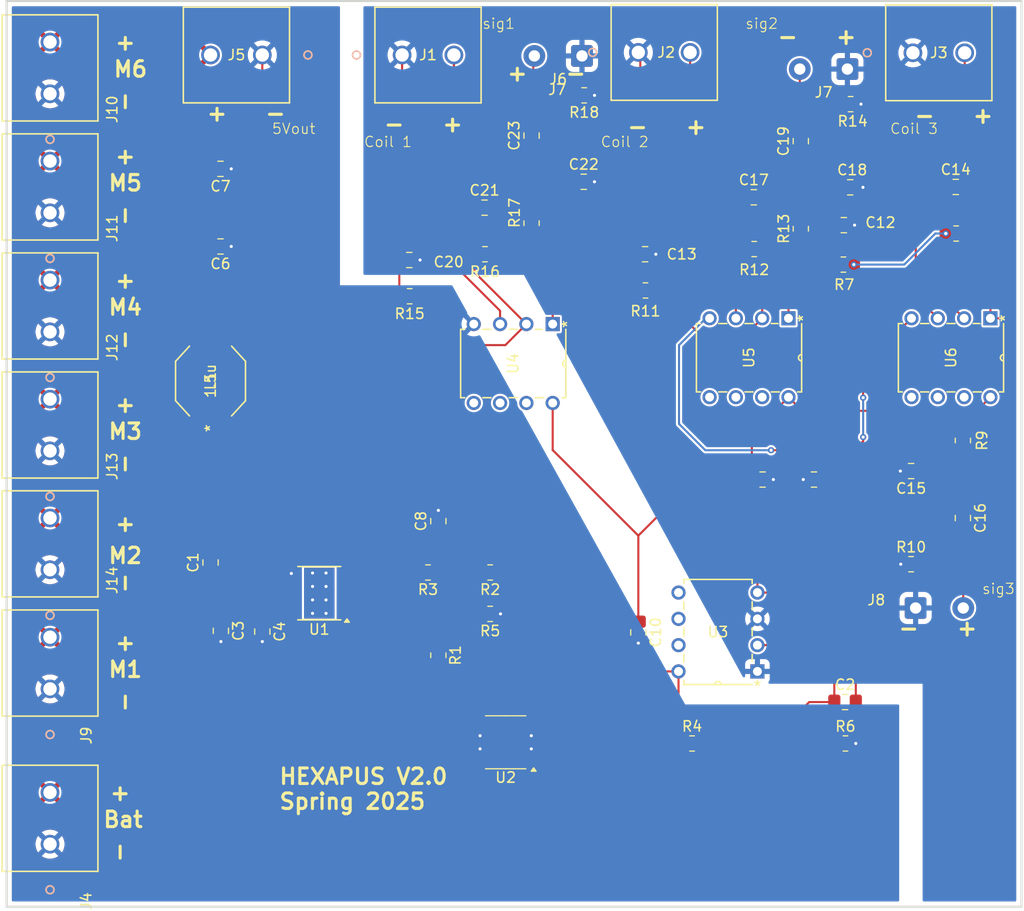
<source format=kicad_pcb>
(kicad_pcb (version 20241229) (generator "pcbnew") (generator_version "9.0")
  (title_block (title "12V 5V 9V Power Supply System") (rev "Rev 1.0") (company "Hexapus"))
  (layers (0 "F.Cu" signal) (2 "B.Cu" signal) (13 "F.Paste" user) (15 "B.Paste" user) (5 "F.SilkS" user "F.Silkscreen") (7 "B.SilkS" user "B.Silkscreen") (1 "F.Mask" user) (3 "B.Mask" user) (25 "Edge.Cuts" user))
  (net 0 "")
  (net 1 "Net-(U1-SW)")
  (net 2 "Net-(U1-VBST)")
  (net 3 "Bat_GND")
  (net 4 "Net-(U3--)")
  (net 5 "Vin")
  (net 6 "GND")
  (net 7 "5V_out")
  (net 8 "Net-(U1-VREG5)")
  (net 9 "9V_out")
  (net 10 "Net-(C12-Pad2)")
  (net 11 "Net-(C13-Pad2)")
  (net 12 "Net-(C14-Pad2)")
  (net 13 "Net-(C15-Pad1)")
  (net 14 "Coil_3_sig_out")
  (net 15 "Net-(C17-Pad2)")
  (net 16 "Net-(C18-Pad1)")
  (net 17 "Coil_2_sig_out")
  (net 18 "Net-(C20-Pad2)")
  (net 19 "Net-(C21-Pad2)")
  (net 20 "Net-(C22-Pad1)")
  (net 21 "Coil_1_sig_out")
  (net 22 "Net-(J1-Pin_2)")
  (net 23 "Net-(J2-Pin_2)")
  (net 24 "Net-(J3-Pin_2)")
  (net 25 "Net-(U1-EN)")
  (net 27 "Net-(U1-VFB)")
  (net 28 "Net-(U1-PG)")
  (net 32 "Net-(U6--)")
  (net 33 "Net-(U5--)")
  (net 34 "Net-(U4--)")
  (footprint "Capacitor_SMD:C_0805_2012Metric_Pad1.18x1.45mm_HandSolder" (layer "F.Cu") (at 38.2725 38.73 180)
    (property "Reference" "C6")
    (property "Value" "22u")
  )
  (footprint "Capacitor_SMD:C_0805_2012Metric_Pad1.18x1.45mm_HandSolder" (layer "F.Cu") (at 89.7725 33.98)
    (property "Reference" "C17")
    (property "Value" ".1u")
  )
  (footprint "Resistor_SMD:R_0805_2012Metric_Pad1.20x1.40mm_HandSolder" (layer "F.Cu") (at 99.12 24.98 180)
    (property "Reference" "R14")
    (property "Value" "1k")
  )
  (footprint "Capacitor_SMD:C_0805_2012Metric_Pad1.18x1.45mm_HandSolder" (layer "F.Cu") (at 79.2725 39.48 180)
    (property "Reference" "C13")
    (property "Value" "1.6u")
  )
  (footprint "Package_SO:TL072ACP" (layer "F.Cu") (at 62.73 53.85 -90)
    (property "Reference" "U4")
    (property "Value" "~" (hide yes))
  )
  (footprint "Connector_PinHeader_2.00mm:2_Pin_Screw_Term" (layer "F.Cu") (at 21.81 46.98 90)
    (property "Reference" "J12")
    (property "Value" "Screw_Terminal_01x02" (hide yes))
  )
  (footprint "Connector_PinHeader_2.00mm:2_Pin_Screw_Term" (layer "F.Cu") (at 21.81 81.48 90)
    (property "Reference" "J9")
    (property "Value" "Screw_Terminal_01x02" (hide yes))
  )
  (footprint "Resistor_SMD:R_0805_2012Metric_Pad1.20x1.40mm_HandSolder" (layer "F.Cu") (at 63.81 39.48)
    (property "Reference" "R16")
    (property "Value" "200k" (hide yes))
  )
  (footprint "Capacitor_SMD:C_0805_2012Metric_Pad1.18x1.45mm_HandSolder" (layer "F.Cu") (at 90.62 61.25)
    (property "Reference" "C9" (hide yes))
    (property "Value" "10u")
  )
  (footprint "Package_SO:TL072ACP" (layer "F.Cu") (at 105 53.29 -90)
    (property "Reference" "U6")
    (property "Value" "~" (hide yes))
  )
  (footprint "Resistor_SMD:R_0805_2012Metric_Pad1.20x1.40mm_HandSolder" (layer "F.Cu") (at 94.31 37.0175 90)
    (property "Reference" "R13")
    (property "Value" "1k")
  )
  (footprint "Connector_PinHeader_2.00mm:2_Pin_Screw_Term" (layer "F.Cu") (at 78.62 19.98)
    (property "Reference" "J2")
    (property "Value" "Screw_Terminal_01x02" (hide yes))
  )
  (footprint "Capacitor_SMD:C_0805_2012Metric_Pad1.18x1.45mm_HandSolder" (layer "F.Cu") (at 38.31 75.8675 -90)
    (property "Reference" "C3")
    (property "Value" "10u" (hide yes))
  )
  (footprint "Resistor_SMD:R_0805_2012Metric_Pad1.20x1.40mm_HandSolder" (layer "F.Cu") (at 98.62 86.75)
    (property "Reference" "R6")
    (property "Value" "10k")
  )
  (footprint "Package_SO:TL072ACP" (layer "F.Cu") (at 85.5 53.29 -90)
    (property "Reference" "U5")
    (property "Value" "~" (hide yes))
  )
  (footprint "Connector_Wire:SolderWire-0.5sqmm_1x02_P4.6mm_D0.9mm_OD2.1mm" (layer "F.Cu") (at 73.18 20.32 180)
    (property "Reference" "J6")
    (property "Value" "Conn_01x02_Pin" (hide yes))
  )
  (footprint "Resistor_SMD:R_0805_2012Metric_Pad1.20x1.40mm_HandSolder" (layer "F.Cu") (at 68.31 36.48 90)
    (property "Reference" "R17")
    (property "Value" "1k")
  )
  (footprint "Capacitor_SMD:C_0805_2012Metric_Pad1.18x1.45mm_HandSolder" (layer "F.Cu") (at 78.62 76.0175 -90)
    (property "Reference" "C10")
    (property "Value" "10u")
  )
  (footprint "Capacitor_SMD:C_0805_2012Metric_Pad1.18x1.45mm_HandSolder" (layer "F.Cu") (at 42.31 75.9425 -90)
    (property "Reference" "C4")
    (property "Value" "10u" (hide yes))
  )
  (footprint "Resistor_SMD:R_0805_2012Metric_Pad1.20x1.40mm_HandSolder" (layer "F.Cu") (at 104.96 69.43)
    (property "Reference" "R10")
    (property "Value" "1k")
  )
  (footprint "Connector_PinHeader_2.00mm:2_Pin_Screw_Term" (layer "F.Cu") (at 21.81 96.48 90)
    (property "Reference" "J4")
    (property "Value" "Screw_Terminal_01x02" (hide yes))
  )
  (footprint "Capacitor_SMD:C_0805_2012Metric_Pad1.18x1.45mm_HandSolder" (layer "F.Cu") (at 104.96 60.43 180)
    (property "Reference" "C15")
    (property "Value" "2.2u")
  )
  (footprint "Connector_PinHeader_2.00mm:2_Pin_Screw_Term" (layer "F.Cu") (at 21.810001 69.964 90)
    (property "Reference" "J14")
    (property "Value" "Screw_Terminal_01x02" (hide yes))
  )
  (footprint "Connector_PinHeader_2.00mm:2_Pin_Screw_Term" (layer "F.Cu") (at 21.81 35.48 90)
    (property "Reference" "J11")
    (property "Value" "Screw_Terminal_01x02" (hide yes))
  )
  (footprint "Resistor_SMD:R_0805_2012Metric_Pad1.20x1.40mm_HandSolder" (layer "F.Cu") (at 64.31 74.23 180)
    (property "Reference" "R5")
    (property "Value" "49.9k")
  )
  (footprint "Capacitor_SMD:C_0805_2012Metric_Pad1.18x1.45mm_HandSolder" (layer "F.Cu") (at 94.31 28.555 90)
    (property "Reference" "C19")
    (property "Value" "2.2u")
  )
  (footprint "Capacitor_SMD:C_0805_2012Metric_Pad1.18x1.45mm_HandSolder" (layer "F.Cu") (at 98.4625 36.67 180)
    (property "Reference" "C12")
    (property "Value" "1.6u")
  )
  (footprint "Resistor_SMD:R_0805_2012Metric_Pad1.20x1.40mm_HandSolder" (layer "F.Cu") (at 73.39 24.13 180)
    (property "Reference" "R18")
    (property "Value" "1k")
  )
  (footprint "Capacitor_SMD:C_0805_2012Metric_Pad1.18x1.45mm_HandSolder" (layer "F.Cu") (at 37.31 69.2675 90)
    (property "Reference" "C1")
    (property "Value" "0.1u")
  )
  (footprint "Connector_Wire:SolderWire-0.5sqmm_1x02_P4.6mm_D0.9mm_OD2.1mm" (layer "F.Cu") (at 98.81 21.59 180)
    (property "Reference" "J7")
    (property "Value" "Conn_01x02_Pin")
  )
  (footprint "Connector_PinHeader_2.00mm:2_Pin_Screw_Term" (layer "F.Cu") (at 105.136 20.017501)
    (property "Reference" "J3")
    (property "Value" "Screw_Terminal_01x02" (hide yes))
  )
  (footprint "Package_SO:Texas_HSOP-8-1EP_3.9x4.9mm_P1.27mm_ThermalVias" (layer "F.Cu") (at 47.81 72.23 180)
    (property "Reference" "U1")
    (property "Value" "TPS56528DDA")
  )
  (footprint "Resistor_SMD:R_0805_2012Metric_Pad1.20x1.40mm_HandSolder" (layer "F.Cu") (at 79.31 42.98)
    (property "Reference" "R11")
    (property "Value" "1k")
  )
  (footprint "Capacitor_SMD:C_0805_2012Metric_Pad1.18x1.45mm_HandSolder" (layer "F.Cu") (at 98.5825 82.75)
    (property "Reference" "C2")
    (property "Value" ".1u")
  )
  (footprint "Connector_PinHeader_2.00mm:2_Pin_Screw_Term" (layer "F.Cu") (at 42.31 20.23 180)
    (property "Reference" "J5")
    (property "Value" "Screw_Terminal_01x02" (hide yes))
  )
  (footprint "Capacitor_SMD:C_0805_2012Metric_Pad1.18x1.45mm_HandSolder" (layer "F.Cu") (at 38.2725 31.23 180)
    (property "Reference" "C7")
    (property "Value" "22u")
  )
  (footprint "Capacitor_SMD:C_0805_2012Metric_Pad1.18x1.45mm_HandSolder" (layer "F.Cu") (at 109.2725 32.98)
    (property "Reference" "C14")
    (property "Value" ".1u")
  )
  (footprint "Capacitor_SMD:C_0805_2012Metric_Pad1.18x1.45mm_HandSolder" (layer "F.Cu") (at 59.31 65.2675 90)
    (property "Reference" "C8")
    (property "Value" ".47u")
  )
  (footprint "Resistor_SMD:R_0805_2012Metric_Pad1.20x1.40mm_HandSolder" (layer "F.Cu") (at 83.81 86.75)
    (property "Reference" "R4")
    (property "Value" "10k")
  )
  (footprint "Resistor_SMD:R_0805_2012Metric_Pad1.20x1.40mm_HandSolder" (layer "F.Cu") (at 109.31 37.48)
    (property "Reference" "R8" (hide yes))
    (property "Value" "200k")
  )
  (footprint "Capacitor_SMD:C_0805_2012Metric_Pad1.18x1.45mm_HandSolder" (layer "F.Cu") (at 109.96 64.9675 -90)
    (property "Reference" "C16")
    (property "Value" "2.2u")
  )
  (footprint "Resistor_SMD:R_0805_2012Metric_Pad1.20x1.40mm_HandSolder" (layer "F.Cu") (at 58.31 70.23 180)
    (property "Reference" "R3")
    (property "Value" "100k")
  )
  (footprint "Resistor_SMD:R_0805_2012Metric_Pad1.20x1.40mm_HandSolder" (layer "F.Cu") (at 56.54 43.54)
    (property "Reference" "R15")
    (property "Value" "1k")
  )
  (footprint "Inductor_SMD:SPM6530T-1R5M100" (layer "F.Cu") (at 37.31 51.73 90)
    (property "Reference" "L1")
    (property "Value" "1.5u")
  )
  (footprint "Resistor_SMD:R_0805_2012Metric_Pad1.20x1.40mm_HandSolder" (layer "F.Cu") (at 89.81 38.98)
    (property "Reference" "R12")
    (property "Value" "200k")
  )
  (footprint "Capacitor_SMD:C_0805_2012Metric_Pad1.18x1.45mm_HandSolder" (layer "F.Cu") (at 73.3475 32.48)
    (property "Reference" "C22")
    (property "Value" "2.2u")
  )
  (footprint "Resistor_SMD:R_0805_2012Metric_Pad1.20x1.40mm_HandSolder" (layer "F.Cu") (at 109.96 57.48 -90)
    (property "Reference" "R9")
    (property "Value" "1k")
  )
  (footprint "Connector_Wire:SolderWire-0.5sqmm_1x02_P4.6mm_D0.9mm_OD2.1mm" (layer "F.Cu") (at 105.3975 73.66)
    (property "Reference" "J8")
    (property "Value" "Conn_01x02_Pin")
  )
  (footprint "Resistor_SMD:R_0805_2012Metric_Pad1.20x1.40mm_HandSolder" (layer "F.Cu") (at 59.31 78.23 -90)
    (property "Reference" "R1")
    (property "Value" "10k")
  )
  (footprint "Resistor_SMD:R_0805_2012Metric_Pad1.20x1.40mm_HandSolder" (layer "F.Cu") (at 98.425 40.48)
    (property "Reference" "R7")
    (property "Value" "1k")
  )
  (footprint "Package_SO:SOIC-8_3.9x4.9mm_P1.27mm" (layer "F.Cu") (at 65.81 86.635 180)
    (property "Reference" "U2")
    (property "Value" "L78L09_SO8")
  )
  (footprint "Capacitor_SMD:C_0805_2012Metric_Pad1.18x1.45mm_HandSolder" (layer "F.Cu") (at 95.5825 61.25)
    (property "Reference" "C5" (hide yes))
    (property "Value" "10u")
  )
  (footprint "Package_SO:TL072ACP" (layer "F.Cu") (at 82.5 72.17 180)
    (property "Reference" "U3")
    (property "Value" "~" (hide yes))
  )
  (footprint "Capacitor_SMD:C_0805_2012Metric_Pad1.18x1.45mm_HandSolder" (layer "F.Cu") (at 63.7725 34.98)
    (property "Reference" "C21")
    (property "Value" ".1u")
  )
  (footprint "Capacitor_SMD:C_0805_2012Metric_Pad1.18x1.45mm_HandSolder" (layer "F.Cu") (at 68.31 28.0175 90)
    (property "Reference" "C23")
    (property "Value" "2.2u")
  )
  (footprint "Connector_PinHeader_2.00mm:2_Pin_Screw_Term" (layer "F.Cu") (at 55.81 20.23)
    (property "Reference" "J1")
    (property "Value" "Screw_Terminal_01x02" (hide yes))
  )
  (footprint "Capacitor_SMD:C_0805_2012Metric_Pad1.18x1.45mm_HandSolder" (layer "F.Cu") (at 99.0825 33.0175)
    (property "Reference" "C18")
    (property "Value" "2.2u")
  )
  (footprint "Connector_PinHeader_2.00mm:2_Pin_Screw_Term" (layer "F.Cu") (at 21.81 58.48 90)
    (property "Reference" "J13")
    (property "Value" "Screw_Terminal_01x02" (hide yes))
  )
  (footprint "Capacitor_SMD:C_0805_2012Metric_Pad1.18x1.45mm_HandSolder" (layer "F.Cu") (at 56.5025 40.04 180)
    (property "Reference" "C20")
    (property "Value" "1.6u")
  )
  (footprint "Connector_PinHeader_2.00mm:2_Pin_Screw_Term" (layer "F.Cu") (at 21.81 23.98 90)
    (property "Reference" "J10")
    (property "Value" "Screw_Terminal_01x02" (hide yes))
  )
  (footprint "Resistor_SMD:R_0805_2012Metric_Pad1.20x1.40mm_HandSolder" (layer "F.Cu") (at 64.31 70.23 180)
    (property "Reference" "R2")
    (property "Value" "365k")
  )
  (gr_rect (start 17.62 15.0175) (end 115.62 102.5175) (stroke (width 0.2)) (fill no) (layer "Edge.Cuts"))
  (gr_text "sig2" (at 88.9 17.78 0) (layer "F.SilkS") (effects (font (size 1 1) (thickness 0.1)) (justify left bottom)))
  (gr_text "Coil 1" (at 52.07 29.21 0) (layer "F.SilkS") (effects (font (size 1 1) (thickness 0.1)) (justify left bottom)))
  (gr_text "+	-" (at 65.81 22.86 0) (layer "F.SilkS") (effects (font (size 1.5 1.5) (thickness 0.3) (bold yes)) (justify left bottom)))
  (gr_text "J7" (at 70.78 23.58125 0) (layer "F.SilkS") (effects (font (size 1 1))))
  (gr_text "M5\n" (at 27.31 33.48 0) (layer "F.SilkS") (effects (font (size 1.5 1.5) (thickness 0.3) (bold yes)) (justify left bottom)))
  (gr_text "+	-" (at 111.4975 74.93 180) (layer "F.SilkS") (effects (font (size 1.5 1.5) (thickness 0.3) (bold yes)) (justify left bottom)))
  (gr_text "+	-" (at 61.81 26.23 180) (layer "F.SilkS") (effects (font (size 1.5 1.5) (thickness 0.3) (bold yes)) (justify left bottom)))
  (gr_text "+	-" (at 85.31 26.48 180) (layer "F.SilkS") (effects (font (size 1.5 1.5) (thickness 0.3) (bold yes)) (justify left bottom)))
  (gr_text "M2\n" (at 27.31 69.48 0) (layer "F.SilkS") (effects (font (size 1.5 1.5) (thickness 0.3) (bold yes)) (justify left bottom)))
  (gr_text "+	-" (at 27.81 90.48 270) (layer "F.SilkS") (effects (font (size 1.5 1.5) (thickness 0.3) (bold yes)) (justify left bottom)))
  (gr_text "M1" (at 27.31 80.48 0) (layer "F.SilkS") (effects (font (size 1.5 1.5) (thickness 0.3) (bold yes)) (justify left bottom)))
  (gr_text "+	-" (at 28.31 64.48 270) (layer "F.SilkS") (effects (font (size 1.5 1.5) (thickness 0.3) (bold yes)) (justify left bottom)))
  (gr_text "+	-" (at 28.31 75.98 270) (layer "F.SilkS") (effects (font (size 1.5 1.5) (thickness 0.3) (bold yes)) (justify left bottom)))
  (gr_text "M4\n" (at 27.31 45.48 0) (layer "F.SilkS") (effects (font (size 1.5 1.5) (thickness 0.3) (bold yes)) (justify left bottom)))
  (gr_text "M3\n" (at 27.31 57.48 0) (layer "F.SilkS") (effects (font (size 1.5 1.5) (thickness 0.3) (bold yes)) (justify left bottom)))
  (gr_text "Coil 3\n" (at 102.87 27.94 0) (layer "F.SilkS") (effects (font (size 1 1) (thickness 0.1)) (justify left bottom)))
  (gr_text "Coil 2" (at 74.93 29.21 0) (layer "F.SilkS") (effects (font (size 1 1) (thickness 0.1)) (justify left bottom)))
  (gr_text "Bat" (at 26.81 94.98 0) (layer "F.SilkS") (effects (font (size 1.5 1.5) (thickness 0.3) (bold yes)) (justify left bottom)))
  (gr_text "HEXAPUS V2.0\nSpring 2025" (at 43.81 93.23 0) (layer "F.SilkS") (effects (font (size 1.5 1.5) (thickness 0.3) (bold yes)) (justify left bottom)))
  (gr_text "+	-" (at 28.31 28.98 270) (layer "F.SilkS") (effects (font (size 1.5 1.5) (thickness 0.3) (bold yes)) (justify left bottom)))
  (gr_text "+	-" (at 36.81 26.73 0) (layer "F.SilkS") (effects (font (size 1.5 1.5) (thickness 0.3) (bold yes)) (justify left bottom)))
  (gr_text "+	-" (at 28.31 52.98 270) (layer "F.SilkS") (effects (font (size 1.5 1.5) (thickness 0.3) (bold yes)) (justify left bottom)))
  (gr_text "+	-" (at 28.31 17.98 270) (layer "F.SilkS") (effects (font (size 1.5 1.5) (thickness 0.3) (bold yes)) (justify left bottom)))
  (gr_text "sig1" (at 63.5 17.78 0) (layer "F.SilkS") (effects (font (size 1 1) (thickness 0.1)) (justify left bottom)))
  (gr_text "M6" (at 27.81 22.48 0) (layer "F.SilkS") (effects (font (size 1.5 1.5) (thickness 0.3) (bold yes)) (justify left bottom)))
  (gr_text "+	-" (at 113.03 25.4 180) (layer "F.SilkS") (effects (font (size 1.5 1.5) (thickness 0.3) (bold yes)) (justify left bottom)))
  (gr_text "sig3" (at 111.76 72.39 0) (layer "F.SilkS") (effects (font (size 1 1) (thickness 0.1)) (justify left bottom)))
  (gr_text "+	-" (at 28.31 40.98 270) (layer "F.SilkS") (effects (font (size 1.5 1.5) (thickness 0.3) (bold yes)) (justify left bottom)))
  (gr_text "+	-" (at 99.81 17.78 180) (layer "F.SilkS") (effects (font (size 1.5 1.5) (thickness 0.3) (bold yes)) (justify left bottom)))
  (gr_text "5Vout" (at 43.18 27.94 0) (layer "F.SilkS") (effects (font (size 1 1) (thickness 0.1)) (justify left bottom)))
  (segment (start 45.11 71.595) (end 40.675 71.595) (width 0.8) (layer "F.Cu") (net 1))
  (segment (start 37.31 54.505) (end 37.31 68.23) (width 1) (layer "F.Cu") (net 1))
  (segment (start 40.675 71.595) (end 37.31 68.23) (width 0.8) (layer "F.Cu") (net 1))
  (segment (start 45.11 72.865) (end 39.87 72.865) (width 0.2) (layer "F.Cu") (net 2))
  (segment (start 39.87 72.865) (end 37.31 70.305) (width 0.2) (layer "F.Cu") (net 2))
  (segment (start 99.62 76.25) (end 95.54 72.17) (width 0.2) (layer "F.Cu") (net 3))
  (segment (start 96.62 61.3) (end 90.12 67.8) (width 0.2) (layer "F.Cu") (net 3))
  (segment (start 40.31 31.23) (end 39.31 31.23) (width 0.2) (layer "F.Cu") (net 3))
  (segment (start 99.62 82.75) (end 99.62 76.25) (width 0.2) (layer "F.Cu") (net 3))
  (segment (start 42.31 29.23) (end 40.31 31.23) (width 0.2) (layer "F.Cu") (net 3))
  (segment (start 95.54 72.17) (end 90.12 72.17) (width 0.2) (layer "F.Cu") (net 3))
  (segment (start 100.33 57.54) (end 96.62 61.25) (width 0.2) (layer "F.Cu") (net 3))
  (segment (start 99.62 86.75) (end 99.62 82.75) (width 0.2) (layer "F.Cu") (net 3))
  (segment (start 100.33 57.15) (end 100.33 57.54) (width 0.2) (layer "F.Cu") (net 3))
  (segment (start 96.62 61.25) (end 93.79 58.42) (width 0.2) (layer "F.Cu") (net 3))
  (segment (start 93.79 58.42) (end 91.44 58.42) (width 0.2) (layer "F.Cu") (net 3))
  (segment (start 42.31 20.23) (end 42.31 29.23) (width 0.2) (layer "F.Cu") (net 3))
  (segment (start 105 45.67) (end 100.33 50.34) (width 0.2) (layer "F.Cu") (net 3))
  (segment (start 90.12 67.8) (end 90.12 72.17) (width 0.2) (layer "F.Cu") (net 3))
  (segment (start 100.33 50.34) (end 100.33 53.34) (width 0.2) (layer "F.Cu") (net 3))
  (via (at 91.44 58.42) (size 0.6) (drill 0.3) (layers "F.Cu" "B.Cu") (net 3))
  (via (at 38.31 76.905) (size 0.6) (drill 0.3) (layers "F.Cu" "B.Cu") (net 3))
  (via (at 65.31 74.23) (size 0.6) (drill 0.3) (layers "F.Cu" "B.Cu") (net 3))
  (via (at 63.335 86) (size 0.6) (drill 0.3) (layers "F.Cu" "B.Cu") (net 3))
  (via (at 100.33 57.15) (size 0.6) (drill 0.3) (layers "F.Cu" "B.Cu") (net 3))
  (via (at 100.33 53.34) (size 0.6) (drill 0.3) (layers "F.Cu" "B.Cu") (net 3))
  (via (at 68.285 87.27) (size 0.6) (drill 0.3) (layers "F.Cu" "B.Cu") (net 3))
  (via (at 39.31 31.23) (size 0.6) (drill 0.3) (layers "F.Cu" "B.Cu") (net 3))
  (via (at 59.31 64.23) (size 0.6) (drill 0.3) (layers "F.Cu" "B.Cu") (net 3))
  (via (at 45.11 70.325) (size 0.6) (drill 0.3) (layers "F.Cu" "B.Cu") (net 3))
  (via (at 42.31 76.905) (size 0.6) (drill 0.3) (layers "F.Cu" "B.Cu") (net 3))
  (via (at 78.62 77.055) (size 0.6) (drill 0.3) (layers "F.Cu" "B.Cu") (net 3))
  (via (at 99.62 86.75) (size 0.6) (drill 0.3) (layers "F.Cu" "B.Cu") (net 3))
  (via (at 63.335 87.27) (size 0.6) (drill 0.3) (layers "F.Cu" "B.Cu") (net 3))
  (via (at 39.31 38.73) (size 0.6) (drill 0.3) (layers "F.Cu" "B.Cu") (net 3))
  (via (at 68.285 86) (size 0.6) (drill 0.3) (layers "F.Cu" "B.Cu") (net 3))
  (segment (start 100.33 53.34) (end 100.33 57.15) (width 0.2) (layer "B.Cu") (net 3))
  (segment (start 85.14 45.67) (end 85.5 45.67) (width 0.2) (layer "B.Cu") (net 3))
  (segment (start 82.55 55.88) (end 82.55 48.26) (width 0.2) (layer "B.Cu") (net 3))
  (segment (start 91.44 58.42) (end 85.09 58.42) (width 0.2) (layer "B.Cu") (net 3))
  (segment (start 85.09 58.42) (end 82.55 55.88) (width 0.2) (layer "B.Cu") (net 3))
  (segment (start 82.55 48.26) (end 85.14 45.67) (width 0.2) (layer "B.Cu") (net 3))
  (segment (start 95.12 82.75) (end 97.545 82.75) (width 0.2) (layer "F.Cu") (net 4))
  (segment (start 97.545 79.175) (end 95.62 77.25) (width 0.2) (layer "F.Cu") (net 4))
  (segment (start 95.62 77.25) (end 93.62 77.25) (width 0.2) (layer "F.Cu") (net 4))
  (segment (start 93.62 77.25) (end 90.12 77.25) (width 0.2) (layer "F.Cu") (net 4))
  (segment (start 97.545 82.75) (end 97.545 79.175) (width 0.2) (layer "F.Cu") (net 4))
  (segment (start 84.81 86.75) (end 91.12 86.75) (width 0.2) (layer "F.Cu") (net 4))
  (segment (start 97.545 82.75) (end 97.545 86.675) (width 0.2) (layer "F.Cu") (net 4))
  (segment (start 91.12 86.75) (end 95.12 82.75) (width 0.2) (layer "F.Cu") (net 4))
  (segment (start 78.81 21.98) (end 78.81 19.98) (width 0.2) (layer "F.Cu") (net 6))
  (segment (start 80.31 39.48) (end 80.31 23.48) (width 0.2) (layer "F.Cu") (net 6))
  (segment (start 55.81 22.73) (end 55.81 20.23) (width 0.2) (layer "F.Cu") (net 6))
  (segment (start 57.54 24.46) (end 55.81 22.73) (width 0.2) (layer "F.Cu") (net 6))
  (segment (start 80.31 23.48) (end 78.81 21.98) (width 0.2) (layer "F.Cu") (net 6))
  (segment (start 94.545 61.25) (end 91.6575 61.25) (width 0.2) (layer "F.Cu") (net 6))
  (segment (start 57.54 40.04) (end 57.54 24.46) (width 0.2) (layer "F.Cu") (net 6))
  (via (at 74.39 24.13) (size 0.6) (drill 0.3) (layers "F.Cu" "B.Cu") (net 6))
  (via (at 103.9225 60.43) (size 0.6) (drill 0.3) (layers "F.Cu" "B.Cu") (net 6))
  (via (at 94.545 61.25) (size 0.6) (drill 0.3) (layers "F.Cu" "B.Cu") (net 6))
  (via (at 100.12 24.98) (size 0.6) (drill 0.3) (layers "F.Cu" "B.Cu") (net 6))
  (via (at 91.6575 61.25) (size 0.6) (drill 0.3) (layers "F.Cu" "B.Cu") (net 6))
  (via (at 57.54 40.04) (size 0.6) (drill 0.3) (layers "F.Cu" "B.Cu") (net 6))
  (via (at 74.385 32.48) (size 0.6) (drill 0.3) (layers "F.Cu" "B.Cu") (net 6))
  (via (at 103.96 69.43) (size 0.6) (drill 0.3) (layers "F.Cu" "B.Cu") (net 6))
  (via (at 100.31 33.0175) (size 0.6) (drill 0.3) (layers "F.Cu" "B.Cu") (net 6))
  (via (at 80.31 39.48) (size 0.6) (drill 0.3) (layers "F.Cu" "B.Cu") (net 6))
  (via (at 99.5 36.67) (size 0.6) (drill 0.3) (layers "F.Cu" "B.Cu") (net 6))
  (segment (start 59.31 70.23) (end 59.31 66.305) (width 0.2) (layer "F.Cu") (net 8))
  (segment (start 57.945 71.595) (end 59.31 70.23) (width 0.2) (layer "F.Cu") (net 8))
  (segment (start 50.51 71.595) (end 57.945 71.595) (width 0.2) (layer "F.Cu") (net 8))
  (segment (start 112.62 53.29) (end 111.3 54.61) (width 0.2) (layer "F.Cu") (net 9))
  (segment (start 68.285 88.54) (end 81.02 88.54) (width 0.2) (layer "F.Cu") (net 9))
  (segment (start 70.35 58.4) (end 78.62 66.67) (width 0.2) (layer "F.Cu") (net 9))
  (segment (start 89.5825 56.8275) (end 93.12 53.29) (width 0.2) (layer "F.Cu") (net 9))
  (segment (start 82.5 79.79) (end 82.5 86.13) (width 0.2) (layer "F.Cu") (net 9))
  (segment (start 111.3 54.61) (end 94.44 54.61) (width 0.2) (layer "F.Cu") (net 9))
  (segment (start 70.35 53.85) (end 70.35 58.4) (width 0.2) (layer "F.Cu") (net 9))
  (segment (start 78.62 74.98) (end 78.62 66.67) (width 0.2) (layer "F.Cu") (net 9))
  (segment (start 94.44 54.61) (end 93.12 53.29) (width 0.2) (layer "F.Cu") (net 9))
  (segment (start 78.62 66.67) (end 84.04 61.25) (width 0.2) (layer "F.Cu") (net 9))
  (segment (start 89.5825 61.25) (end 89.5825 56.8275) (width 0.2) (layer "F.Cu") (net 9))
  (segment (start 76.31 77.98) (end 76.31 75.48) (width 0.2) (layer "F.Cu") (net 9))
  (segment (start 78.12 79.79) (end 76.31 77.98) (width 0.2) (layer "F.Cu") (net 9))
  (segment (start 82.5 79.79) (end 78.12 79.79) (width 0.2) (layer "F.Cu") (net 9))
  (segment (start 84.04 61.25) (end 89.5825 61.25) (width 0.2) (layer "F.Cu") (net 9))
  (segment (start 82.81 86.75) (end 81.02 88.54) (width 0.2) (layer "F.Cu") (net 9))
  (segment (start 76.31 75.48) (end 76.81 74.98) (width 0.2) (layer "F.Cu") (net 9))
  (segment (start 76.81 74.98) (end 78.62 74.98) (width 0.2) (layer "F.Cu") (net 9))
  (segment (start 97.425 40.48) (end 97.425 36.67) (width 0.2) (layer "F.Cu") (net 10))
  (segment (start 78.235 42.405) (end 78.235 39.48) (width 0.2) (layer "F.Cu") (net 11))
  (segment (start 114.81 46.98) (end 113.5 45.67) (width 0.2) (layer "F.Cu") (net 12))
  (segment (start 113.5 45.67) (end 112.62 45.67) (width 0.2) (layer "F.Cu") (net 12))
  (segment (start 113.31 56.48) (end 114.81 54.98) (width 0.2) (layer "F.Cu") (net 12))
  (segment (start 109.96 56.48) (end 113.31 56.48) (width 0.2) (layer "F.Cu") (net 12))
  (segment (start 111.31 37.48) (end 110.31 37.48) (width 0.2) (layer "F.Cu") (net 12))
  (segment (start 114.81 54.98) (end 114.81 46.98) (width 0.2) (layer "F.Cu") (net 12))
  (segment (start 112.62 38.79) (end 111.31 37.48) (width 0.2) (layer "F.Cu") (net 12))
  (segment (start 112.62 45.67) (end 112.62 38.79) (width 0.2) (layer "F.Cu") (net 12))
  (segment (start 110.31 37.48) (end 110.31 32.98) (width 0.2) (layer "F.Cu") (net 12))
  (segment (start 109.96 61.17) (end 109.22 60.43) (width 0.2) (layer "F.Cu") (net 13))
  (segment (start 109.96 59.69) (end 109.22 60.43) (width 0.2) (layer "F.Cu") (net 13))
  (segment (start 109.96 58.48) (end 109.96 59.69) (width 0.2) (layer "F.Cu") (net 13))
  (segment (start 105.9975 60.43) (end 109.22 60.43) (width 0.2) (layer "F.Cu") (net 13))
  (segment (start 109.96 63.93) (end 109.96 61.17) (width 0.2) (layer "F.Cu") (net 13))
  (segment (start 109.96 69.3925) (end 109.96 66.005) (width 0.2) (layer "F.Cu") (net 14))
  (segment (start 105.96 69.43) (end 109.9975 69.43) (width 0.2) (layer "F.Cu") (net 14))
  (segment (start 109.96 69.3925) (end 109.9975 69.43) (width 0.2) (layer "F.Cu") (net 14))
  (segment (start 109.9975 69.43) (end 109.9975 74.43) (width 0.2) (layer "F.Cu") (net 14))
  (segment (start 94.31 38.6) (end 93.12 39.79) (width 0.2) (layer "F.Cu") (net 15))
  (segment (start 92.31 38.98) (end 90.81 38.98) (width 0.2) (layer "F.Cu") (net 15))
  (segment (start 93.12 39.79) (end 92.31 38.98) (width 0.2) (layer "F.Cu") (net 15))
  (segment (start 93.12 45.67) (end 93.12 39.79) (width 0.2) (layer "F.Cu") (net 15))
  (segment (start 90.81 38.98) (end 90.81 33.98) (width 0.2) (layer "F.Cu") (net 15))
  (segment (start 94.31 38.0175) (end 94.31 38.6) (width 0.2) (layer "F.Cu") (net 15))
  (segment (start 98.235 33.0175) (end 94.31 33.0175) (width 0.2) (layer "F.Cu") (net 16))
  (segment (start 94.31 33.0175) (end 94.31 29.5925) (width 0.2) (layer "F.Cu") (net 16))
  (segment (start 94.31 36.0175) (end 94.31 33.0175) (width 0.2) (layer "F.Cu") (net 16))
  (segment (start 94.31 26.34) (end 95.67 24.98) (width 0.2) (layer "F.Cu") (net 17))
  (segment (start 95.67 24.98) (end 94.21 23.52) (width 0.2) (layer "F.Cu") (net 17))
  (segment (start 94.31 27.5175) (end 94.31 26.34) (width 0.2) (layer "F.Cu") (net 17))
  (segment (start 95.67 24.98) (end 98.12 24.98) (width 0.2) (layer "F.Cu") (net 17))
  (segment (start 94.21 23.52) (end 94.21 21.59) (width 0.2) (layer "F.Cu") (net 17))
  (segment (start 55.54 43.54) (end 55.54 40.115) (width 0.2) (layer "F.Cu") (net 18))
  (segment (start 70.35 41.52) (end 68.31 39.48) (width 0.2) (layer "F.Cu") (net 19))
  (segment (start 68.31 37.48) (end 68.31 39.48) (width 0.2) (layer "F.Cu") (net 19))
  (segment (start 68.31 39.48) (end 64.81 39.48) (width 0.2) (layer "F.Cu") (net 19))
  (segment (start 64.81 39.48) (end 64.81 34.98) (width 0.2) (layer "F.Cu") (net 19))
  (segment (start 70.35 46.23) (end 70.35 41.52) (width 0.2) (layer "F.Cu") (net 19))
  (segment (start 68.31 32.48) (end 68.31 29.055) (width 0.2) (layer "F.Cu") (net 20))
  (segment (start 72.31 32.48) (end 68.31 32.48) (width 0.2) (layer "F.Cu") (net 20))
  (segment (start 68.31 35.48) (end 68.31 32.48) (width 0.2) (layer "F.Cu") (net 20))
  (segment (start 68.58 27.25875) (end 68.58 26.08125) (width 0.2) (layer "F.Cu") (net 21))
  (segment (start 68.58 26.08125) (end 69.94 24.72125) (width 0.2) (layer "F.Cu") (net 21))
  (segment (start 69.94 24.72125) (end 70.53125 24.13) (width 0.2) (layer "F.Cu") (net 21))
  (segment (start 68.48 22.07875) (end 70.53125 24.13) (width 0.2) (layer "F.Cu") (net 21))
  (segment (start 71.79875 24.13) (end 72.39 24.72125) (width 0.2) (layer "F.Cu") (net 21))
  (segment (start 68.48 21.33125) (end 68.48 22.07875) (width 0.2) (layer "F.Cu") (net 21))
  (segment (start 70.53125 24.13) (end 71.79875 24.13) (width 0.2) (layer "F.Cu") (net 21))
  (segment (start 65.27 44.95) (end 65.27 46.23) (width 0.2) (layer "F.Cu") (net 22))
  (segment (start 60.81 20.23) (end 60.81 40.49) (width 0.2) (layer "F.Cu") (net 22))
  (segment (start 60.81 40.49) (end 65.27 44.95) (width 0.2) (layer "F.Cu") (net 22))
  (segment (start 83.62 39.17) (end 88.04 43.59) (width 0.2) (layer "F.Cu") (net 23))
  (segment (start 88.04 43.59) (end 88.04 45.67) (width 0.2) (layer "F.Cu") (net 23))
  (segment (start 83.62 19.98) (end 83.62 39.17) (width 0.2) (layer "F.Cu") (net 23))
  (segment (start 110.136 27.024) (end 105.41 31.75) (width 0.2) (layer "F.Cu") (net 24))
  (segment (start 105.41 43.54) (end 107.54 45.67) (width 0.2) (layer "F.Cu") (net 24))
  (segment (start 105.41 31.75) (end 105.41 43.54) (width 0.2) (layer "F.Cu") (net 24))
  (segment (start 110.136 20.017501) (end 110.136 27.024) (width 0.2) (layer "F.Cu") (net 24))
  (segment (start 56.215 74.135) (end 59.31 77.23) (width 0.2) (layer "F.Cu") (net 25))
  (segment (start 50.51 74.135) (end 56.215 74.135) (width 0.2) (layer "F.Cu") (net 25))
  (segment (start 61.31 74.23) (end 63.31 74.23) (width 0.2) (layer "F.Cu") (net 27))
  (segment (start 63.31 74.23) (end 63.31 70.23) (width 0.2) (layer "F.Cu") (net 27))
  (segment (start 50.51 72.865) (end 59.945 72.865) (width 0.2) (layer "F.Cu") (net 27))
  (segment (start 59.945 72.865) (end 61.31 74.23) (width 0.2) (layer "F.Cu") (net 27))
  (segment (start 50.51 70.325) (end 57.215 70.325) (width 0.2) (layer "F.Cu") (net 28))
  (segment (start 108.31 37.48) (end 108.31 33.055) (width 0.2) (layer "F.Cu") (net 32))
  (segment (start 108.31 43.9) (end 108.31 37.48) (width 0.2) (layer "F.Cu") (net 32))
  (segment (start 110.08 45.67) (end 108.31 43.9) (width 0.2) (layer "F.Cu") (net 32))
  (via (at 108.31 37.48) (size 0.6) (drill 0.3) (layers "F.Cu" "B.Cu") (net 32))
  (via (at 108.31 37.48) (size 0.6) (drill 0.3) (layers "F.Cu" "B.Cu") (net 32))
  (via (at 99.425 40.48) (size 0.6) (drill 0.3) (layers "F.Cu" "B.Cu") (net 32))
  (segment (start 104.3 40.48) (end 99.425 40.48) (width 0.2) (layer "B.Cu") (net 32))
  (segment (start 107.3 37.48) (end 108.31 37.48) (width 0.2) (layer "B.Cu") (net 32))
  (segment (start 104.3 40.48) (end 107.3 37.48) (width 0.2) (layer "B.Cu") (net 32))
  (segment (start 87.99 48.26) (end 90.58 45.67) (width 0.2) (layer "F.Cu") (net 33))
  (segment (start 90.58 43.59) (end 88.81 41.82) (width 0.2) (layer "F.Cu") (net 33))
  (segment (start 88.81 38.98) (end 88.81 34.055) (width 0.2) (layer "F.Cu") (net 33))
  (segment (start 80.31 42.98) (end 85.59 48.26) (width 0.2) (layer "F.Cu") (net 33))
  (segment (start 85.59 48.26) (end 87.99 48.26) (width 0.2) (layer "F.Cu") (net 33))
  (segment (start 90.58 45.67) (end 90.58 43.59) (width 0.2) (layer "F.Cu") (net 33))
  (segment (start 88.81 41.82) (end 88.81 38.98) (width 0.2) (layer "F.Cu") (net 33))
  (segment (start 57.54 43.54) (end 57.54 44.84) (width 0.2) (layer "F.Cu") (net 34))
  (segment (start 65.78 48.26) (end 67.81 46.23) (width 0.2) (layer "F.Cu") (net 34))
  (segment (start 57.54 44.84) (end 60.96 48.26) (width 0.2) (layer "F.Cu") (net 34))
  (segment (start 62.81 41.23) (end 62.81 39.48) (width 0.2) (layer "F.Cu") (net 34))
  (segment (start 60.96 48.26) (end 65.78 48.26) (width 0.2) (layer "F.Cu") (net 34))
  (segment (start 67.81 46.23) (end 62.81 41.23) (width 0.2) (layer "F.Cu") (net 34))
  (segment (start 62.735 34.98) (end 62.735 39.405) (width 0.2) (layer "F.Cu") (net 34))
  (segment (start 62.81 41.33) (end 62.81 41.23) (width 0.2) (layer "B.Cu") (net 34))
  (zone (net 7) (net_name "5V_out") (layer "F.Cu") (priority 2) (connect_pads (clearance 0.5)) (min_thickness 0.25) (fill yes (thermal_gap 0.5) (thermal_bridge_width 0.5))
    (polygon (pts (xy 31.81 18.23) (xy 38.31 18.23) (xy 38.31 47.73) (xy 53.31 47.73) (xy 67.31 62.23) (xy 67.31 71.73) (xy 64.31 71.73) (xy 64.31 63.23) (xy 53.31 51.73) (xy 37.31 51.73) (xy 31.81 49.23)))
  )
  (zone (net 5) (net_name "Vin") (layer "F.Cu") (priority 3) (connect_pads (clearance 0.5)) (min_thickness 0.25) (fill yes (thermal_gap 0.5) (thermal_bridge_width 0.5))
    (polygon (pts (xy 18.81 16.98) (xy 29.31 16.98) (xy 29.31 72.179999) (xy 30.393334 73.48) (xy 45.31 73.48) (xy 60.31 88.48) (xy 63.81 88.48) (xy 63.81 100.477286) (xy 18.81 100.47394) (xy 18.81 16.48)))
  )
  (zone (net 6) (net_name "GND") (layer "B.Cu") (name "GND") (connect_pads (clearance 0)) (min_thickness 0.25) (fill yes (thermal_gap 0.5) (thermal_bridge_width 0.5))
    (polygon (pts (xy 52.07 14.98) (xy 52.07 41.48) (xy 67.57 41.48) (xy 89.07 80.98) (xy 106.07 80.98) (xy 106.07 102.48) (xy 115.88 102.5175) (xy 115.88 15.0175)))
  )
  (zone (net 3) (net_name "Bat_GND") (layer "B.Cu") (name "GND") (priority 1) (connect_pads (clearance 0)) (min_thickness 0.25) (fill yes (thermal_gap 0.5) (thermal_bridge_width 0.5))
    (polygon (pts (xy 49.81 14.98) (xy 49.81 42.48) (xy 60.64111 42.48) (xy 83.14111 82.98) (xy 103.81 82.98) (xy 103.81 102.48) (xy 17.62 102.5175) (xy 17.62 15.0175)))
  )
)
</source>
